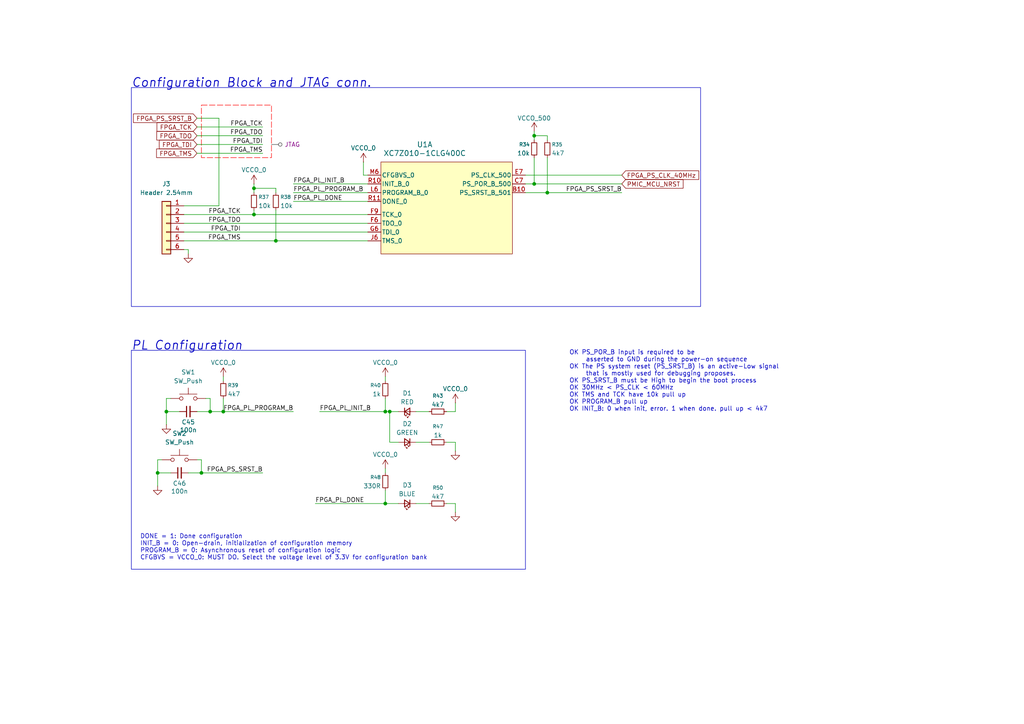
<source format=kicad_sch>
(kicad_sch (version 20250114) (generator "eeschema") (generator_version "9.0")
  (paper "A4")
  (title_block (title "FPGA Zynq7000 Dev Board") (date "2025-07-10") (rev "A"))
  (rectangle (start 38.1 101.6) (end 152.4 165.1))
  (rectangle (start 38.1 25.4) (end 203.2 88.9))
  (text "PL Configuration" (at 38.1 100.33 0) (effects (font (size 2.54 2.54) (thickness 0.254) (bold yes) (italic yes)) (justify left)))
  (text "Configuration Block and JTAG conn." (at 38.1 24.13 0) (effects (font (size 2.54 2.54) (thickness 0.254) (bold yes) (italic yes)) (justify left)))
  (text "OK PS_POR_B input is required to be \n	asserted to GND during the power-on sequence\nOK The PS system reset (PS_SRST_B) is an active-Low signal\n	that is mostly used for debugging proposes.\nOK PS_SRST_B must be High to begin the boot process\nOK 30MHz < PS_CLK < 60MHz\nOK TMS and TCK have 10k pull up\nOK PROGRAM_B pull up\nOK INIT_B: 0 when init, error. 1 when done. pull up < 4k7" (at 165.1 101.6 0) (effects (font (size 1.27 1.27) (thickness 0.1588)) (justify left top)))
  (text "DONE = 1: Done configuration\nINIT_B = 0: Open-drain, initialization of configuration memory\nPROGRAM_B = 0: Asynchronous reset of configuration logic\nCFGBVS = VCCO_0: MUST DO. Select the voltage level of 3.3V for configuration bank" (at 40.64 158.75 0) (effects (font (size 1.27 1.27)) (justify left)))
  (junction (at 73.66 54.61))
  (junction (at 158.75 55.88))
  (junction (at 113.03 119.38))
  (junction (at 154.94 39.37))
  (junction (at 60.96 119.38))
  (junction (at 64.77 119.38))
  (junction (at 111.76 119.38))
  (junction (at 45.72 137.16))
  (junction (at 58.42 137.16))
  (junction (at 73.66 62.23))
  (junction (at 111.76 146.05))
  (junction (at 48.26 119.38))
  (junction (at 80.01 69.85))
  (junction (at 154.94 53.34))
  (wire (pts (xy 80.01 60.96) (xy 80.01 69.85)))
  (wire (pts (xy 73.66 53.34) (xy 73.66 54.61)))
  (wire (pts (xy 85.09 53.34) (xy 106.68 53.34)))
  (wire (pts (xy 91.44 146.05) (xy 111.76 146.05)))
  (wire (pts (xy 48.26 119.38) (xy 48.26 123.19)))
  (wire (pts (xy 152.4 53.34) (xy 154.94 53.34)))
  (wire (pts (xy 48.26 119.38) (xy 52.07 119.38)))
  (wire (pts (xy 54.61 72.39) (xy 53.34 72.39)))
  (wire (pts (xy 59.69 115.57) (xy 60.96 115.57)))
  (wire (pts (xy 132.08 148.59) (xy 132.08 146.05)))
  (wire (pts (xy 73.66 54.61) (xy 80.01 54.61)))
  (wire (pts (xy 53.34 62.23) (xy 73.66 62.23)))
  (wire (pts (xy 120.65 119.38) (xy 124.46 119.38)))
  (wire (pts (xy 53.34 69.85) (xy 80.01 69.85)))
  (wire (pts (xy 105.41 50.8) (xy 106.68 50.8)))
  (wire (pts (xy 58.42 133.35) (xy 58.42 137.16)))
  (wire (pts (xy 45.72 137.16) (xy 49.53 137.16)))
  (wire (pts (xy 57.15 36.83) (xy 76.2 36.83)))
  (wire (pts (xy 58.42 137.16) (xy 76.2 137.16)))
  (wire (pts (xy 154.94 45.72) (xy 154.94 53.34)))
  (wire (pts (xy 115.57 128.27) (xy 113.03 128.27)))
  (wire (pts (xy 120.65 146.05) (xy 124.46 146.05)))
  (wire (pts (xy 64.77 115.57) (xy 64.77 119.38)))
  (wire (pts (xy 57.15 41.91) (xy 76.2 41.91)))
  (wire (pts (xy 80.01 69.85) (xy 106.68 69.85)))
  (wire (pts (xy 158.75 40.64) (xy 158.75 39.37)))
  (wire (pts (xy 154.94 39.37) (xy 158.75 39.37)))
  (wire (pts (xy 154.94 39.37) (xy 154.94 40.64)))
  (wire (pts (xy 45.72 133.35) (xy 45.72 137.16)))
  (wire (pts (xy 111.76 119.38) (xy 113.03 119.38)))
  (wire (pts (xy 111.76 135.89) (xy 111.76 137.16)))
  (wire (pts (xy 132.08 116.84) (xy 132.08 119.38)))
  (wire (pts (xy 64.77 119.38) (xy 85.09 119.38)))
  (wire (pts (xy 73.66 54.61) (xy 73.66 55.88)))
  (wire (pts (xy 154.94 53.34) (xy 180.34 53.34)))
  (wire (pts (xy 63.5 59.69) (xy 63.5 34.29)))
  (wire (pts (xy 132.08 119.38) (xy 129.54 119.38)))
  (wire (pts (xy 120.65 128.27) (xy 124.46 128.27)))
  (wire (pts (xy 111.76 115.57) (xy 111.76 119.38)))
  (wire (pts (xy 64.77 109.22) (xy 64.77 110.49)))
  (wire (pts (xy 45.72 137.16) (xy 45.72 140.97)))
  (wire (pts (xy 85.09 58.42) (xy 106.68 58.42)))
  (wire (pts (xy 73.66 62.23) (xy 106.68 62.23)))
  (wire (pts (xy 45.72 133.35) (xy 46.99 133.35)))
  (wire (pts (xy 158.75 55.88) (xy 180.34 55.88)))
  (wire (pts (xy 54.61 73.66) (xy 54.61 72.39)))
  (wire (pts (xy 111.76 142.24) (xy 111.76 146.05)))
  (wire (pts (xy 105.41 46.99) (xy 105.41 50.8)))
  (wire (pts (xy 154.94 38.1) (xy 154.94 39.37)))
  (wire (pts (xy 60.96 119.38) (xy 64.77 119.38)))
  (wire (pts (xy 57.15 119.38) (xy 60.96 119.38)))
  (wire (pts (xy 48.26 115.57) (xy 48.26 119.38)))
  (wire (pts (xy 57.15 39.37) (xy 76.2 39.37)))
  (wire (pts (xy 113.03 119.38) (xy 115.57 119.38)))
  (wire (pts (xy 85.09 55.88) (xy 106.68 55.88)))
  (wire (pts (xy 152.4 50.8) (xy 180.34 50.8)))
  (wire (pts (xy 57.15 44.45) (xy 76.2 44.45)))
  (wire (pts (xy 132.08 130.81) (xy 132.08 128.27)))
  (wire (pts (xy 53.34 59.69) (xy 63.5 59.69)))
  (wire (pts (xy 152.4 55.88) (xy 158.75 55.88)))
  (wire (pts (xy 92.71 119.38) (xy 111.76 119.38)))
  (wire (pts (xy 48.26 115.57) (xy 49.53 115.57)))
  (wire (pts (xy 158.75 45.72) (xy 158.75 55.88)))
  (wire (pts (xy 53.34 64.77) (xy 106.68 64.77)))
  (wire (pts (xy 60.96 115.57) (xy 60.96 119.38)))
  (wire (pts (xy 111.76 146.05) (xy 115.57 146.05)))
  (wire (pts (xy 54.61 137.16) (xy 58.42 137.16)))
  (wire (pts (xy 53.34 67.31) (xy 106.68 67.31)))
  (wire (pts (xy 113.03 128.27) (xy 113.03 119.38)))
  (wire (pts (xy 73.66 60.96) (xy 73.66 62.23)))
  (wire (pts (xy 132.08 128.27) (xy 129.54 128.27)))
  (wire (pts (xy 63.5 34.29) (xy 57.15 34.29)))
  (wire (pts (xy 111.76 109.22) (xy 111.76 110.49)))
  (wire (pts (xy 57.15 133.35) (xy 58.42 133.35)))
  (wire (pts (xy 132.08 146.05) (xy 129.54 146.05)))
  (wire (pts (xy 80.01 54.61) (xy 80.01 55.88)))
  (label "FPGA_TMS" (at 69.85 69.85 180))
  (label "FPGA_TDI" (at 69.85 67.31 180))
  (label "FPGA_TDO" (at 69.85 64.77 180))
  (label "FPGA_TCK" (at 76.2 36.83 180))
  (label "FPGA_TMS" (at 76.2 44.45 180))
  (label "FPGA_PL_PROGRAM_B" (at 85.09 119.38 180))
  (label "FPGA_PS_SRST_B" (at 180.34 55.88 180))
  (label "FPGA_PL_DONE" (at 85.09 58.42 0))
  (label "FPGA_PL_PROGRAM_B" (at 85.09 55.88 0))
  (label "FPGA_PL_INIT_B" (at 85.09 53.34 0))
  (label "FPGA_PS_SRST_B" (at 76.2 137.16 180))
  (label "FPGA_TCK" (at 69.85 62.23 180))
  (label "FPGA_PL_DONE" (at 91.44 146.05 0))
  (label "FPGA_PL_INIT_B" (at 92.71 119.38 0))
  (label "FPGA_TDO" (at 76.2 39.37 180))
  (label "FPGA_TDI" (at 76.2 41.91 180))
  (global_label "FPGA_TCK" (shape input) (at 57.15 36.83 180) (property "Intersheetrefs" "${INTERSHEET_REFS}" (effects (hide yes))))
  (global_label "FPGA_PS_SRST_B" (shape input) (at 57.15 34.29 180) (property "Intersheetrefs" "${INTERSHEET_REFS}" (effects (hide yes))))
  (global_label "PMIC_MCU_NRST" (shape input) (at 180.34 53.34 0) (property "Intersheetrefs" "${INTERSHEET_REFS}" (effects (hide yes))))
  (global_label "FPGA_TDO" (shape input) (at 57.15 39.37 180) (property "Intersheetrefs" "${INTERSHEET_REFS}" (effects (hide yes))))
  (global_label "FPGA_PS_CLK_40MHz" (shape input) (at 180.34 50.8 0) (property "Intersheetrefs" "${INTERSHEET_REFS}" (effects (hide yes))))
  (global_label "FPGA_TMS" (shape input) (at 57.15 44.45 180) (property "Intersheetrefs" "${INTERSHEET_REFS}" (effects (hide yes))))
  (global_label "FPGA_TDI" (shape input) (at 57.15 41.91 180) (property "Intersheetrefs" "${INTERSHEET_REFS}" (effects (hide yes))))
  (rule_area (polyline (pts (xy 58.42 30.48) (xy 78.74 30.48) (xy 78.74 45.72) (xy 58.42 45.72)) (stroke (width 0) (type dash))))
  (netclass_flag "" (length 2.54) (shape round) (at 78.74 41.91 270) (property "Netclass" "JTAG" (at 82.55 41.91 0) (effects (justify left))))
  (symbol (lib_id "Device:R_Small") (at 111.76 139.7 0) (mirror y) (unit 1)
    (property "Reference" "R48" (at 110.49 138.43 0) (effects (font (size 1.016 1.016)) (justify left)))
    (property "Value" "330R" (at 110.49 140.9699 0) (effects (justify left)))
    (property "Footprint" "Resistor_SMD:R_0402_1005Metric" (effects (hide yes)))
    (property "Description" "Resistor, small symbol" (effects (hide yes)))
  )
  (symbol (lib_id "Device:R_Small") (at 127 146.05 90) (unit 1)
    (property "Reference" "R50" (at 127 141.478 90) (effects (font (size 1.016 1.016))))
    (property "Value" "4k7" (at 127 144.018 90))
    (property "Footprint" "Resistor_SMD:R_0402_1005Metric" (effects (hide yes)))
    (property "Description" "Resistor, small symbol" (effects (hide yes)))
  )
  (symbol (lib_id "Device:R_Small") (at 73.66 58.42 0) (unit 1)
    (property "Reference" "R37" (at 74.93 57.15 0) (effects (font (size 1.016 1.016)) (justify left)))
    (property "Value" "10k" (at 74.93 59.6899 0) (effects (justify left)))
    (property "Footprint" "Resistor_SMD:R_0402_1005Metric" (effects (hide yes)))
    (property "Description" "Resistor, small symbol" (effects (hide yes)))
  )
  (symbol (lib_id "Device:R_Small") (at 80.01 58.42 0) (unit 1)
    (property "Reference" "R38" (at 81.28 57.15 0) (effects (font (size 1.016 1.016)) (justify left)))
    (property "Value" "10k" (at 81.28 59.6899 0) (effects (justify left)))
    (property "Footprint" "Resistor_SMD:R_0402_1005Metric" (effects (hide yes)))
    (property "Description" "Resistor, small symbol" (effects (hide yes)))
  )
  (symbol (lib_id "power:GND") (at 132.08 130.81 0) (unit 1)
    (property "Reference" "#PWR053" (effects (hide yes)))
    (property "Value" "GND" (effects (hide yes)))
    (property "Description" "Power symbol creates a global label with name \"GND\" , ground" (effects (hide yes)))
  )
  (symbol (lib_id "Device:R_Small") (at 111.76 113.03 0) (mirror y) (unit 1)
    (property "Reference" "R40" (at 110.49 111.76 0) (effects (font (size 1.016 1.016)) (justify left)))
    (property "Value" "1k" (at 110.49 114.2999 0) (effects (justify left)))
    (property "Footprint" "Resistor_SMD:R_0402_1005Metric" (effects (hide yes)))
    (property "Description" "Resistor, small symbol" (effects (hide yes)))
  )
  (symbol (lib_id "power:+3V3") (at 132.08 116.84 0) (unit 1)
    (property "Reference" "#PWR050" (effects (hide yes)))
    (property "Value" "VCCO_0" (at 132.08 112.776 0))
    (property "Description" "Power symbol creates a global label with name \"+3V3\"" (effects (hide yes)))
  )
  (symbol (lib_id "Switch:SW_Push") (at 52.07 133.35 0) (unit 1)
    (property "Reference" "SW2" (at 52.07 125.73 0))
    (property "Value" "SW_Push" (at 52.07 128.27 0))
    (property "Footprint" "Button_Switch_SMD:SW_Push_1P1T_NO_Vertical_Wuerth_434133025816" (effects (hide yes)))
    (property "Description" "Push button switch, generic, two pins" (effects (hide yes)))
  )
  (symbol (lib_id "Device:LED_Small") (at 118.11 146.05 180) (unit 1)
    (property "Reference" "D3" (at 118.11 140.716 0))
    (property "Value" "BLUE" (at 118.11 143.256 0))
    (property "Footprint" "LED_SMD:LED_0603_1608Metric" (effects (hide yes)))
    (property "Description" "Light emitting diode, small symbol" (effects (hide yes)))
    (property "Sim.Pin" "1=K 2=A" (effects (hide yes)))
  )
  (symbol (lib_id "Device:LED_Small") (at 118.11 119.38 0) (mirror x) (unit 1)
    (property "Reference" "D1" (at 118.11 114.046 0))
    (property "Value" "RED" (at 118.11 116.586 0))
    (property "Footprint" "LED_SMD:LED_0603_1608Metric" (effects (hide yes)))
    (property "Description" "Light emitting diode, small symbol" (effects (hide yes)))
    (property "Sim.Pin" "1=K 2=A" (effects (hide yes)))
  )
  (symbol (lib_id "power:+3V3") (at 111.76 109.22 0) (unit 1)
    (property "Reference" "#PWR048" (effects (hide yes)))
    (property "Value" "VCCO_0" (at 111.76 105.156 0))
    (property "Description" "Power symbol creates a global label with name \"+3V3\"" (effects (hide yes)))
  )
  (symbol (lib_id "power:+3V3") (at 154.94 38.1 0) (mirror y) (unit 1)
    (property "Reference" "#PWR042" (effects (hide yes)))
    (property "Value" "VCCO_500" (at 154.94 34.29 0))
    (property "Description" "Power symbol creates a global label with name \"+3V3\"" (effects (hide yes)))
  )
  (symbol (lib_id "Device:R_Small") (at 158.75 43.18 0) (unit 1)
    (property "Reference" "R35" (at 160.02 41.91 0) (effects (font (size 1.016 1.016)) (justify left)))
    (property "Value" "4k7" (at 160.02 44.4499 0) (effects (justify left)))
    (property "Footprint" "Resistor_SMD:R_0402_1005Metric" (effects (hide yes)))
    (property "Description" "Resistor, small symbol" (effects (hide yes)))
  )
  (symbol (lib_id "power:+3V3") (at 111.76 135.89 0) (unit 1)
    (property "Reference" "#PWR054" (effects (hide yes)))
    (property "Value" "VCCO_0" (at 111.76 131.826 0))
    (property "Description" "Power symbol creates a global label with name \"+3V3\"" (effects (hide yes)))
  )
  (symbol (lib_id "Connector_Generic:Conn_01x06") (at 48.26 64.77 0) (mirror y) (unit 1)
    (property "Reference" "J3" (at 48.26 53.34 0))
    (property "Value" "Header 2.54mm" (at 48.26 55.88 0))
    (property "Footprint" "Connector_PinHeader_2.54mm:PinHeader_1x06_P2.54mm_Vertical" (effects (hide yes)))
    (property "Description" "Generic connector, single row, 01x06, script generated (kicad-library-utils/schlib/autogen/connector/)" (effects (hide yes)))
  )
  (symbol (lib_id "power:+3V3") (at 64.77 109.22 0) (unit 1)
    (property "Reference" "#PWR047" (effects (hide yes)))
    (property "Value" "VCCO_0" (at 64.77 105.156 0))
    (property "Description" "Power symbol creates a global label with name \"+3V3\"" (effects (hide yes)))
  )
  (symbol (lib_id "Device:C_Small") (at 52.07 137.16 90) (unit 1)
    (property "Reference" "C46" (at 52.07 140.208 90))
    (property "Value" "100n" (at 52.07 142.494 90))
    (property "Footprint" "Capacitor_SMD:C_0402_1005Metric" (effects (hide yes)))
    (property "Description" "Unpolarized capacitor, small symbol" (effects (hide yes)))
  )
  (symbol (lib_id "power:+3V3") (at 105.41 46.99 0) (unit 1)
    (property "Reference" "#PWR043" (effects (hide yes)))
    (property "Value" "VCCO_0" (at 105.41 42.926 0))
    (property "Description" "Power symbol creates a global label with name \"+3V3\"" (effects (hide yes)))
  )
  (symbol (lib_id "power:GND") (at 54.61 73.66 0) (unit 1)
    (property "Reference" "#PWR046" (effects (hide yes)))
    (property "Value" "GND" (effects (hide yes)))
    (property "Description" "Power symbol creates a global label with name \"GND\" , ground" (effects (hide yes)))
  )
  (symbol (lib_id "Custom:XC7Z010-1CLG400C") (at 110.49 46.99 0) (unit 1)
    (property "Reference" "U1" (at 123.19 41.91 0) (effects (font (size 1.524 1.524))))
    (property "Value" "XC7Z010-1CLG400C" (at 123.19 44.45 0) (effects (font (size 1.524 1.524))))
    (property "Footprint" "Custom:CLG400_XIL-L" (effects (hide yes)))
    (property "Datasheet" "XC7Z010-1CLG400C" (effects (hide yes)))
  )
  (symbol (lib_id "Device:R_Small") (at 127 119.38 90) (unit 1)
    (property "Reference" "R43" (at 127 114.808 90) (effects (font (size 1.016 1.016))))
    (property "Value" "4k7" (at 127 117.348 90))
    (property "Footprint" "Resistor_SMD:R_0402_1005Metric" (effects (hide yes)))
    (property "Description" "Resistor, small symbol" (effects (hide yes)))
  )
  (symbol (lib_id "Device:R_Small") (at 154.94 43.18 0) (mirror y) (unit 1)
    (property "Reference" "R34" (at 153.67 41.91 0) (effects (font (size 1.016 1.016)) (justify left)))
    (property "Value" "10k" (at 153.67 44.4499 0) (effects (justify left)))
    (property "Footprint" "Resistor_SMD:R_0402_1005Metric" (effects (hide yes)))
    (property "Description" "Resistor, small symbol" (effects (hide yes)))
  )
  (symbol (lib_id "Switch:SW_Push") (at 54.61 115.57 0) (unit 1)
    (property "Reference" "SW1" (at 54.61 107.95 0))
    (property "Value" "SW_Push" (at 54.61 110.49 0))
    (property "Footprint" "Button_Switch_SMD:SW_Push_1P1T_NO_Vertical_Wuerth_434133025816" (effects (hide yes)))
    (property "Description" "Push button switch, generic, two pins" (effects (hide yes)))
  )
  (symbol (lib_id "Device:R_Small") (at 127 128.27 90) (unit 1)
    (property "Reference" "R47" (at 127 123.698 90) (effects (font (size 1.016 1.016))))
    (property "Value" "1k" (at 127 126.238 90))
    (property "Footprint" "Resistor_SMD:R_0402_1005Metric" (effects (hide yes)))
    (property "Description" "Resistor, small symbol" (effects (hide yes)))
  )
  (symbol (lib_id "power:GND") (at 48.26 123.19 0) (unit 1)
    (property "Reference" "#PWR051" (effects (hide yes)))
    (property "Value" "GND" (effects (hide yes)))
    (property "Description" "Power symbol creates a global label with name \"GND\" , ground" (effects (hide yes)))
  )
  (symbol (lib_id "power:GND") (at 132.08 148.59 0) (unit 1)
    (property "Reference" "#PWR057" (effects (hide yes)))
    (property "Value" "GND" (effects (hide yes)))
    (property "Description" "Power symbol creates a global label with name \"GND\" , ground" (effects (hide yes)))
  )
  (symbol (lib_id "Device:LED_Small") (at 118.11 128.27 180) (unit 1)
    (property "Reference" "D2" (at 118.11 122.936 0))
    (property "Value" "GREEN" (at 118.11 125.476 0))
    (property "Footprint" "LED_SMD:LED_0603_1608Metric" (effects (hide yes)))
    (property "Description" "Light emitting diode, small symbol" (effects (hide yes)))
    (property "Sim.Pin" "1=K 2=A" (effects (hide yes)))
  )
  (symbol (lib_id "Device:R_Small") (at 64.77 113.03 0) (unit 1)
    (property "Reference" "R39" (at 66.04 111.76 0) (effects (font (size 1.016 1.016)) (justify left)))
    (property "Value" "4k7" (at 66.04 114.2999 0) (effects (justify left)))
    (property "Footprint" "Resistor_SMD:R_0402_1005Metric" (effects (hide yes)))
    (property "Description" "Resistor, small symbol" (effects (hide yes)))
  )
  (symbol (lib_id "power:+3V3") (at 73.66 53.34 0) (unit 1)
    (property "Reference" "#PWR044" (effects (hide yes)))
    (property "Value" "VCCO_0" (at 73.66 49.276 0))
    (property "Description" "Power symbol creates a global label with name \"+3V3\"" (effects (hide yes)))
  )
  (symbol (lib_id "Device:C_Small") (at 54.61 119.38 90) (unit 1)
    (property "Reference" "C45" (at 54.61 122.428 90))
    (property "Value" "100n" (at 54.61 124.714 90))
    (property "Footprint" "Capacitor_SMD:C_0402_1005Metric" (effects (hide yes)))
    (property "Description" "Unpolarized capacitor, small symbol" (effects (hide yes)))
  )
  (symbol (lib_id "power:GND") (at 45.72 140.97 0) (unit 1)
    (property "Reference" "#PWR055" (effects (hide yes)))
    (property "Value" "GND" (effects (hide yes)))
    (property "Description" "Power symbol creates a global label with name \"GND\" , ground" (effects (hide yes)))
  )
)
</source>
